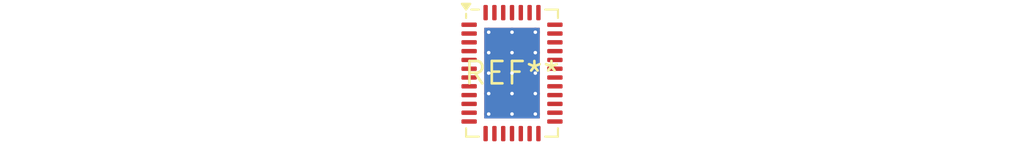
<source format=kicad_pcb>
(kicad_pcb (version 20240108) (generator pcbnew)
  (layers (0 "F.Cu" signal) (31 "B.Cu" signal) (34 "B.Paste" user) (35 "F.Paste" user) (36 "B.SilkS" user "B.Silkscreen") (37 "F.SilkS" user "F.Silkscreen") (38 "B.Mask" user) (39 "F.Mask" user) (44 "Edge.Cuts" user))
  (net 0 "")
  (footprint "QFN-38-1EP_5x7mm_P0.5mm_EP3.15x5.15mm_ThermalVias" (layer "F.Cu") (at 0 0)
    (property "Reference" "REF**")
    (property "Value" "QFN-38-1EP_5x7mm_P0.5mm_EP3.15x5.15mm_ThermalVias")
    (fp_line (start -2.61 -3.135) (end -2.61 -3.37) (layer "F.SilkS") (stroke (width 0.12)))
    (fp_line (start -2.61 3.61) (end -2.61 3.135) (layer "F.SilkS") (stroke (width 0.12)))
    (fp_line (start -1.885 -3.61) (end -2.31 -3.61) (layer "F.SilkS") (stroke (width 0.12)))
    (fp_line (start -1.885 3.61) (end -2.61 3.61) (layer "F.SilkS") (stroke (width 0.12)))
    (fp_line (start 1.885 -3.61) (end 2.61 -3.61) (layer "F.SilkS") (stroke (width 0.12)))
    (fp_line (start 1.885 3.61) (end 2.61 3.61) (layer "F.SilkS") (stroke (width 0.12)))
    (fp_line (start 2.61 -3.61) (end 2.61 -3.135) (layer "F.SilkS") (stroke (width 0.12)))
    (fp_line (start 2.61 3.61) (end 2.61 3.135) (layer "F.SilkS") (stroke (width 0.12)))
    (fp_poly (pts (xy -2.61 -3.61) (xy -2.85 -3.94) (xy -2.37 -3.94) (xy -2.61 -3.61)) (layer "F.SilkS") (stroke (width 0.12)) (fill solid))
    (pad "1" smd roundrect (at -2.4375 -2.75) (size 0.875 0.25) (layers "F.Cu" "F.Paste" "F.Mask"))
    (pad "2" smd roundrect (at -2.4375 -2.25) (size 0.875 0.25) (layers "F.Cu" "F.Paste" "F.Mask"))
    (pad "3" smd roundrect (at -2.4375 -1.75) (size 0.875 0.25) (layers "F.Cu" "F.Paste" "F.Mask"))
    (pad "4" smd roundrect (at -2.4375 -1.25) (size 0.875 0.25) (layers "F.Cu" "F.Paste" "F.Mask"))
    (pad "5" smd roundrect (at -2.4375 -0.75) (size 0.875 0.25) (layers "F.Cu" "F.Paste" "F.Mask"))
    (pad "6" smd roundrect (at -2.4375 -0.25) (size 0.875 0.25) (layers "F.Cu" "F.Paste" "F.Mask"))
    (pad "7" smd roundrect (at -2.4375 0.25) (size 0.875 0.25) (layers "F.Cu" "F.Paste" "F.Mask"))
    (pad "8" smd roundrect (at -2.4375 0.75) (size 0.875 0.25) (layers "F.Cu" "F.Paste" "F.Mask"))
    (pad "9" smd roundrect (at -2.4375 1.25) (size 0.875 0.25) (layers "F.Cu" "F.Paste" "F.Mask"))
    (pad "10" smd roundrect (at -2.4375 1.75) (size 0.875 0.25) (layers "F.Cu" "F.Paste" "F.Mask"))
    (pad "11" smd roundrect (at -2.4375 2.25) (size 0.875 0.25) (layers "F.Cu" "F.Paste" "F.Mask"))
    (pad "12" smd roundrect (at -2.4375 2.75) (size 0.875 0.25) (layers "F.Cu" "F.Paste" "F.Mask"))
    (pad "13" smd roundrect (at -1.5 3.4375) (size 0.25 0.875) (layers "F.Cu" "F.Paste" "F.Mask"))
    (pad "14" smd roundrect (at -1 3.4375) (size 0.25 0.875) (layers "F.Cu" "F.Paste" "F.Mask"))
    (pad "15" smd roundrect (at -0.5 3.4375) (size 0.25 0.875) (layers "F.Cu" "F.Paste" "F.Mask"))
    (pad "16" smd roundrect (at 0 3.4375) (size 0.25 0.875) (layers "F.Cu" "F.Paste" "F.Mask"))
    (pad "17" smd roundrect (at 0.5 3.4375) (size 0.25 0.875) (layers "F.Cu" "F.Paste" "F.Mask"))
    (pad "18" smd roundrect (at 1 3.4375) (size 0.25 0.875) (layers "F.Cu" "F.Paste" "F.Mask"))
    (pad "19" smd roundrect (at 1.5 3.4375) (size 0.25 0.875) (layers "F.Cu" "F.Paste" "F.Mask"))
    (pad "20" smd roundrect (at 2.4375 2.75) (size 0.875 0.25) (layers "F.Cu" "F.Paste" "F.Mask"))
    (pad "21" smd roundrect (at 2.4375 2.25) (size 0.875 0.25) (layers "F.Cu" "F.Paste" "F.Mask"))
    (pad "22" smd roundrect (at 2.4375 1.75) (size 0.875 0.25) (layers "F.Cu" "F.Paste" "F.Mask"))
    (pad "23" smd roundrect (at 2.4375 1.25) (size 0.875 0.25) (layers "F.Cu" "F.Paste" "F.Mask"))
    (pad "24" smd roundrect (at 2.4375 0.75) (size 0.875 0.25) (layers "F.Cu" "F.Paste" "F.Mask"))
    (pad "25" smd roundrect (at 2.4375 0.25) (size 0.875 0.25) (layers "F.Cu" "F.Paste" "F.Mask"))
    (pad "26" smd roundrect (at 2.4375 -0.25) (size 0.875 0.25) (layers "F.Cu" "F.Paste" "F.Mask"))
    (pad "27" smd roundrect (at 2.4375 -0.75) (size 0.875 0.25) (layers "F.Cu" "F.Paste" "F.Mask"))
    (pad "28" smd roundrect (at 2.4375 -1.25) (size 0.875 0.25) (layers "F.Cu" "F.Paste" "F.Mask"))
    (pad "29" smd roundrect (at 2.4375 -1.75) (size 0.875 0.25) (layers "F.Cu" "F.Paste" "F.Mask"))
    (pad "30" smd roundrect (at 2.4375 -2.25) (size 0.875 0.25) (layers "F.Cu" "F.Paste" "F.Mask"))
    (pad "31" smd roundrect (at 2.4375 -2.75) (size 0.875 0.25) (layers "F.Cu" "F.Paste" "F.Mask"))
    (pad "32" smd roundrect (at 1.5 -3.4375) (size 0.25 0.875) (layers "F.Cu" "F.Paste" "F.Mask"))
    (pad "33" smd roundrect (at 1 -3.4375) (size 0.25 0.875) (layers "F.Cu" "F.Paste" "F.Mask"))
    (pad "34" smd roundrect (at 0.5 -3.4375) (size 0.25 0.875) (layers "F.Cu" "F.Paste" "F.Mask"))
    (pad "35" smd roundrect (at 0 -3.4375) (size 0.25 0.875) (layers "F.Cu" "F.Paste" "F.Mask"))
    (pad "36" smd roundrect (at -0.5 -3.4375) (size 0.25 0.875) (layers "F.Cu" "F.Paste" "F.Mask"))
    (pad "37" smd roundrect (at -1 -3.4375) (size 0.25 0.875) (layers "F.Cu" "F.Paste" "F.Mask"))
    (pad "38" smd roundrect (at -1.5 -3.4375) (size 0.25 0.875) (layers "F.Cu" "F.Paste" "F.Mask"))
    (pad "39" thru_hole circle (at -1.325 -2.325) (size 0.5 0.5) (drill 0.2) (property pad_prop_heatsink) (layers *.Cu) (remove_unused_layers))
    (pad "39" thru_hole circle (at -1.325 -1.1625) (size 0.5 0.5) (drill 0.2) (property pad_prop_heatsink) (layers *.Cu) (remove_unused_layers))
    (pad "39" thru_hole circle (at -1.325 0) (size 0.5 0.5) (drill 0.2) (property pad_prop_heatsink) (layers *.Cu) (remove_unused_layers))
    (pad "39" thru_hole circle (at -1.325 1.1625) (size 0.5 0.5) (drill 0.2) (property pad_prop_heatsink) (layers *.Cu) (remove_unused_layers))
    (pad "39" thru_hole circle (at -1.325 2.325) (size 0.5 0.5) (drill 0.2) (property pad_prop_heatsink) (layers *.Cu) (remove_unused_layers))
    (pad "39" thru_hole circle (at 0 -2.325) (size 0.5 0.5) (drill 0.2) (property pad_prop_heatsink) (layers *.Cu) (remove_unused_layers))
    (pad "39" thru_hole circle (at 0 -1.1625) (size 0.5 0.5) (drill 0.2) (property pad_prop_heatsink) (layers *.Cu) (remove_unused_layers))
    (pad "39" thru_hole circle (at 0 0) (size 0.5 0.5) (drill 0.2) (property pad_prop_heatsink) (layers *.Cu) (remove_unused_layers))
    (pad "39" smd rect (at 0 0) (size 3.15 5.15) (property pad_prop_heatsink) (layers "F.Cu" "F.Mask"))
    (pad "39" smd rect (at 0 0) (size 3.15 5.15) (property pad_prop_heatsink) (layers "B.Cu"))
    (pad "39" thru_hole circle (at 0 1.1625) (size 0.5 0.5) (drill 0.2) (property pad_prop_heatsink) (layers *.Cu) (remove_unused_layers))
    (pad "39" thru_hole circle (at 0 2.325) (size 0.5 0.5) (drill 0.2) (property pad_prop_heatsink) (layers *.Cu) (remove_unused_layers))
    (pad "39" thru_hole circle (at 1.325 -2.325) (size 0.5 0.5) (drill 0.2) (property pad_prop_heatsink) (layers *.Cu) (remove_unused_layers))
    (pad "39" thru_hole circle (at 1.325 -1.1625) (size 0.5 0.5) (drill 0.2) (property pad_prop_heatsink) (layers *.Cu) (remove_unused_layers))
    (pad "39" thru_hole circle (at 1.325 0) (size 0.5 0.5) (drill 0.2) (property pad_prop_heatsink) (layers *.Cu) (remove_unused_layers))
    (pad "39" thru_hole circle (at 1.325 1.1625) (size 0.5 0.5) (drill 0.2) (property pad_prop_heatsink) (layers *.Cu) (remove_unused_layers))
    (pad "39" thru_hole circle (at 1.325 2.325) (size 0.5 0.5) (drill 0.2) (property pad_prop_heatsink) (layers *.Cu) (remove_unused_layers))
  )
)
</source>
